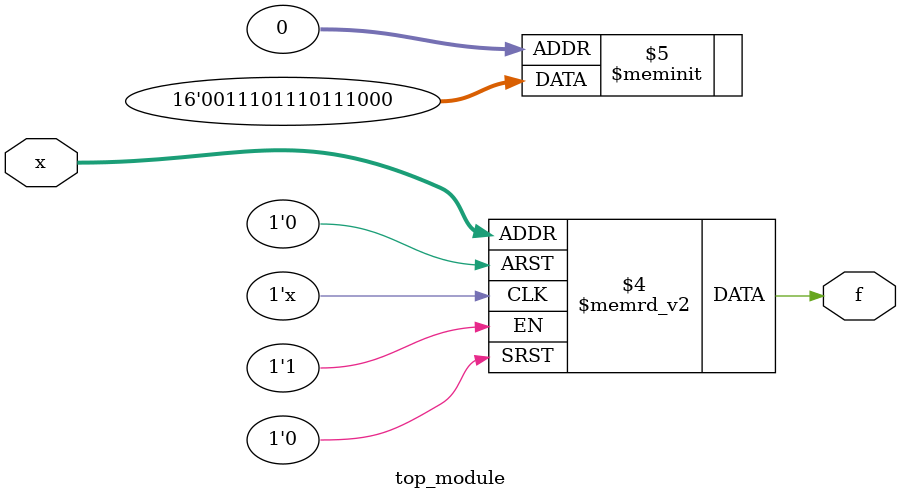
<source format=sv>
module top_module (
	input [4:1] x,
	output logic f
);

always_comb begin
    case (x)
        4'b0000: f = 0; //output d can be chosen
        4'b0001: f = 0;
        4'b0010: f = 0; //output d can be chosen
        4'b0011: f = 1;
        4'b0100: f = 1;
        4'b0101: f = 1;
        4'b0110: f = 0;
        4'b0111: f = 1; //output d can be chosen
        4'b1000: f = 1;
        4'b1001: f = 1;
        4'b1010: f = 0;
        4'b1011: f = 1; //output d can be chosen
        4'b1100: f = 1;
        4'b1101: f = 1; //output d can be chosen
        4'b1110: f = 0; //output d can be chosen
        4'b1111: f = 0; //output d can be chosen
        default: f = 0; //output d can be chosen
    endcase
end

endmodule

</source>
